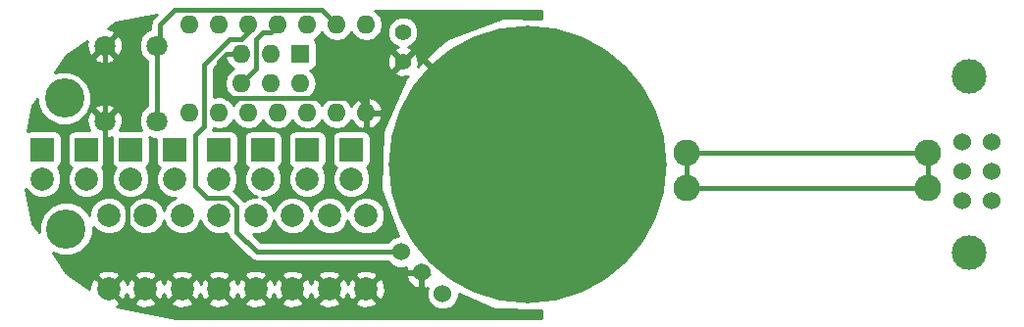
<source format=gbl>
G04 #@! TF.FileFunction,Copper,L2,Bot,Signal*
%FSLAX46Y46*%
G04 Gerber Fmt 4.6, Leading zero omitted, Abs format (unit mm)*
G04 Created by KiCad (PCBNEW 4.0.7) date 02/28/18 07:49:30*
%MOMM*%
%LPD*%
G01*
G04 APERTURE LIST*
%ADD10C,0.100000*%
%ADD11C,1.524000*%
%ADD12O,1.600000X1.600000*%
%ADD13R,1.600000X1.600000*%
%ADD14C,3.000000*%
%ADD15C,1.800000*%
%ADD16C,3.400000*%
%ADD17C,2.286000*%
%ADD18C,24.000000*%
%ADD19C,1.397000*%
%ADD20C,2.000000*%
%ADD21R,2.000000X2.000000*%
%ADD22C,1.998980*%
%ADD23C,0.406400*%
%ADD24C,0.254000*%
G04 APERTURE END LIST*
D10*
D11*
X194037949Y-91929949D03*
X192241898Y-90133898D03*
X195834000Y-93726000D03*
D12*
X183515000Y-75565000D03*
D13*
X183515000Y-73025000D03*
D12*
X180975000Y-75565000D03*
X180975000Y-73025000D03*
X178435000Y-75565000D03*
X178435000Y-73025000D03*
X189230000Y-70485000D03*
X186690000Y-70485000D03*
X184150000Y-70485000D03*
X181610000Y-70485000D03*
X179070000Y-70485000D03*
X176530000Y-70485000D03*
X173990000Y-70485000D03*
X173990000Y-78105000D03*
X176530000Y-78105000D03*
X179070000Y-78105000D03*
X181610000Y-78105000D03*
X184150000Y-78105000D03*
X186690000Y-78105000D03*
X189230000Y-78105000D03*
D14*
X241300000Y-90170000D03*
D15*
X171160000Y-78815000D03*
X166660000Y-78815000D03*
X171160000Y-72315000D03*
X166660000Y-72315000D03*
D16*
X163195000Y-76835000D03*
D17*
X216916000Y-84582000D03*
X237744000Y-84582000D03*
X216916000Y-81534000D03*
X237744000Y-81534000D03*
D14*
X241300000Y-74930000D03*
D16*
X163322000Y-88138000D03*
D18*
X203200000Y-82550000D03*
D19*
X192405000Y-71120000D03*
X192405000Y-73660000D03*
D20*
X187960000Y-83820000D03*
D21*
X187960000Y-81280000D03*
D20*
X184150000Y-83820000D03*
D21*
X184150000Y-81280000D03*
D20*
X180340000Y-83820000D03*
D21*
X180340000Y-81280000D03*
D20*
X176530000Y-83820000D03*
D21*
X176530000Y-81280000D03*
D20*
X172720000Y-83820000D03*
D21*
X172720000Y-81280000D03*
D20*
X168910000Y-83820000D03*
D21*
X168910000Y-81280000D03*
D20*
X165100000Y-83820000D03*
D21*
X165100000Y-81280000D03*
D20*
X161290000Y-83820000D03*
D21*
X161290000Y-81280000D03*
D22*
X189230000Y-86995000D03*
X189230000Y-93345000D03*
X186055000Y-86995000D03*
X186055000Y-93345000D03*
X182880000Y-86995000D03*
X182880000Y-93345000D03*
X179705000Y-86995000D03*
X179705000Y-93345000D03*
X176530000Y-86995000D03*
X176530000Y-93345000D03*
X173355000Y-86995000D03*
X173355000Y-93345000D03*
X170180000Y-86995000D03*
X170180000Y-93345000D03*
X167005000Y-86995000D03*
X167005000Y-93345000D03*
D11*
X240665000Y-80645000D03*
X240665000Y-83185000D03*
X240665000Y-85725000D03*
X243205000Y-85725000D03*
X243205000Y-83185000D03*
X243205000Y-80645000D03*
D23*
X189230000Y-78105000D02*
X189230000Y-77470000D01*
X189230000Y-77470000D02*
X188595000Y-76835000D01*
X177165000Y-73025000D02*
X178435000Y-73025000D01*
X176530000Y-73660000D02*
X177165000Y-73025000D01*
X176530000Y-76200000D02*
X176530000Y-73660000D01*
X177165000Y-76835000D02*
X176530000Y-76200000D01*
X188595000Y-76835000D02*
X177165000Y-76835000D01*
X166660000Y-78815000D02*
X166660000Y-84110000D01*
X168656000Y-91821000D02*
X170180000Y-93345000D01*
X168656000Y-86106000D02*
X168656000Y-91821000D01*
X166660000Y-84110000D02*
X168656000Y-86106000D01*
X166660000Y-72315000D02*
X166660000Y-78815000D01*
X237744000Y-84582000D02*
X216916000Y-84582000D01*
X216916000Y-81534000D02*
X237744000Y-81534000D01*
X216916000Y-84582000D02*
X216916000Y-81534000D01*
X237744000Y-84582000D02*
X237744000Y-81534000D01*
X178435000Y-75565000D02*
X179705000Y-74295000D01*
X180975000Y-71120000D02*
X181610000Y-70485000D01*
X180340000Y-71120000D02*
X180975000Y-71120000D01*
X179705000Y-71755000D02*
X180340000Y-71120000D01*
X179705000Y-72390000D02*
X179705000Y-71755000D01*
X179705000Y-74295000D02*
X179705000Y-72390000D01*
X181610000Y-70485000D02*
X181610000Y-70739000D01*
X171160000Y-78815000D02*
X171160000Y-72315000D01*
X171160000Y-72315000D02*
X171450000Y-72025000D01*
X171450000Y-72025000D02*
X171450000Y-70485000D01*
X171450000Y-70485000D02*
X172720000Y-69215000D01*
X172720000Y-69215000D02*
X185420000Y-69215000D01*
X185420000Y-69215000D02*
X186690000Y-70485000D01*
X192241898Y-90133898D02*
X179795898Y-90133898D01*
X178435000Y-71755000D02*
X179070000Y-71120000D01*
X177419000Y-71755000D02*
X178435000Y-71755000D01*
X175260000Y-73914000D02*
X177419000Y-71755000D01*
X175260000Y-79248000D02*
X175260000Y-73914000D01*
X174498000Y-80010000D02*
X175260000Y-79248000D01*
X174498000Y-84455000D02*
X174498000Y-80010000D01*
X175514000Y-85471000D02*
X174498000Y-84455000D01*
X177292000Y-85471000D02*
X175514000Y-85471000D01*
X178054000Y-86233000D02*
X177292000Y-85471000D01*
X178054000Y-88392000D02*
X178054000Y-86233000D01*
X179795898Y-90133898D02*
X178054000Y-88392000D01*
X179070000Y-71120000D02*
X179070000Y-70485000D01*
D24*
G36*
X175143538Y-87919655D02*
X175602927Y-88379846D01*
X176203453Y-88629206D01*
X176853694Y-88629774D01*
X177232003Y-88473460D01*
X177279604Y-88712766D01*
X177461303Y-88984697D01*
X179203201Y-90726595D01*
X179475133Y-90908294D01*
X179795898Y-90972098D01*
X191104701Y-90972098D01*
X191449528Y-91317527D01*
X191962798Y-91530655D01*
X192518559Y-91531140D01*
X192710795Y-91451710D01*
X192656587Y-91582580D01*
X192778718Y-91802949D01*
X193731341Y-91802949D01*
X193844200Y-91915808D01*
X194023808Y-91736200D01*
X193910949Y-91623341D01*
X193910949Y-91250195D01*
X194113572Y-91456823D01*
X194164949Y-91405446D01*
X194164949Y-91623341D01*
X194052090Y-91736200D01*
X194231698Y-91915808D01*
X194344557Y-91802949D01*
X194462990Y-91802949D01*
X194722011Y-92056949D01*
X194344557Y-92056949D01*
X194231698Y-91944090D01*
X194052090Y-92123698D01*
X194164949Y-92236557D01*
X194164949Y-93189180D01*
X194385318Y-93311311D01*
X194520072Y-93247425D01*
X194437243Y-93446900D01*
X194436758Y-94002661D01*
X194648990Y-94516303D01*
X195041630Y-94909629D01*
X195554900Y-95122757D01*
X196110661Y-95123242D01*
X196624303Y-94911010D01*
X197017629Y-94518370D01*
X197230757Y-94005100D01*
X197231006Y-93720016D01*
X200316269Y-95105628D01*
X204343000Y-95224093D01*
X204343000Y-95835000D01*
X172787467Y-95835000D01*
X167724549Y-94827923D01*
X167878958Y-94763965D01*
X167977557Y-94497163D01*
X169207443Y-94497163D01*
X169306042Y-94763965D01*
X169915582Y-94990401D01*
X170565377Y-94966341D01*
X171053958Y-94763965D01*
X171152557Y-94497163D01*
X172382443Y-94497163D01*
X172481042Y-94763965D01*
X173090582Y-94990401D01*
X173740377Y-94966341D01*
X174228958Y-94763965D01*
X174327557Y-94497163D01*
X175557443Y-94497163D01*
X175656042Y-94763965D01*
X176265582Y-94990401D01*
X176915377Y-94966341D01*
X177403958Y-94763965D01*
X177502557Y-94497163D01*
X178732443Y-94497163D01*
X178831042Y-94763965D01*
X179440582Y-94990401D01*
X180090377Y-94966341D01*
X180578958Y-94763965D01*
X180677557Y-94497163D01*
X181907443Y-94497163D01*
X182006042Y-94763965D01*
X182615582Y-94990401D01*
X183265377Y-94966341D01*
X183753958Y-94763965D01*
X183852557Y-94497163D01*
X185082443Y-94497163D01*
X185181042Y-94763965D01*
X185790582Y-94990401D01*
X186440377Y-94966341D01*
X186928958Y-94763965D01*
X187027557Y-94497163D01*
X188257443Y-94497163D01*
X188356042Y-94763965D01*
X188965582Y-94990401D01*
X189615377Y-94966341D01*
X190103958Y-94763965D01*
X190202557Y-94497163D01*
X189230000Y-93524605D01*
X188257443Y-94497163D01*
X187027557Y-94497163D01*
X186055000Y-93524605D01*
X185082443Y-94497163D01*
X183852557Y-94497163D01*
X182880000Y-93524605D01*
X181907443Y-94497163D01*
X180677557Y-94497163D01*
X179705000Y-93524605D01*
X178732443Y-94497163D01*
X177502557Y-94497163D01*
X176530000Y-93524605D01*
X175557443Y-94497163D01*
X174327557Y-94497163D01*
X173355000Y-93524605D01*
X172382443Y-94497163D01*
X171152557Y-94497163D01*
X170180000Y-93524605D01*
X169207443Y-94497163D01*
X167977557Y-94497163D01*
X167005000Y-93524605D01*
X166990858Y-93538748D01*
X166811252Y-93359142D01*
X166825395Y-93345000D01*
X167184605Y-93345000D01*
X168157163Y-94317557D01*
X168423965Y-94218958D01*
X168583335Y-93789951D01*
X168761035Y-94218958D01*
X169027837Y-94317557D01*
X170000395Y-93345000D01*
X170359605Y-93345000D01*
X171332163Y-94317557D01*
X171598965Y-94218958D01*
X171758335Y-93789951D01*
X171936035Y-94218958D01*
X172202837Y-94317557D01*
X173175395Y-93345000D01*
X173534605Y-93345000D01*
X174507163Y-94317557D01*
X174773965Y-94218958D01*
X174933335Y-93789951D01*
X175111035Y-94218958D01*
X175377837Y-94317557D01*
X176350395Y-93345000D01*
X176709605Y-93345000D01*
X177682163Y-94317557D01*
X177948965Y-94218958D01*
X178108335Y-93789951D01*
X178286035Y-94218958D01*
X178552837Y-94317557D01*
X179525395Y-93345000D01*
X179884605Y-93345000D01*
X180857163Y-94317557D01*
X181123965Y-94218958D01*
X181283335Y-93789951D01*
X181461035Y-94218958D01*
X181727837Y-94317557D01*
X182700395Y-93345000D01*
X183059605Y-93345000D01*
X184032163Y-94317557D01*
X184298965Y-94218958D01*
X184458335Y-93789951D01*
X184636035Y-94218958D01*
X184902837Y-94317557D01*
X185875395Y-93345000D01*
X186234605Y-93345000D01*
X187207163Y-94317557D01*
X187473965Y-94218958D01*
X187633335Y-93789951D01*
X187811035Y-94218958D01*
X188077837Y-94317557D01*
X189050395Y-93345000D01*
X189409605Y-93345000D01*
X190382163Y-94317557D01*
X190648965Y-94218958D01*
X190875401Y-93609418D01*
X190851341Y-92959623D01*
X190648965Y-92471042D01*
X190382163Y-92372443D01*
X189409605Y-93345000D01*
X189050395Y-93345000D01*
X188077837Y-92372443D01*
X187811035Y-92471042D01*
X187651665Y-92900049D01*
X187473965Y-92471042D01*
X187207163Y-92372443D01*
X186234605Y-93345000D01*
X185875395Y-93345000D01*
X184902837Y-92372443D01*
X184636035Y-92471042D01*
X184476665Y-92900049D01*
X184298965Y-92471042D01*
X184032163Y-92372443D01*
X183059605Y-93345000D01*
X182700395Y-93345000D01*
X181727837Y-92372443D01*
X181461035Y-92471042D01*
X181301665Y-92900049D01*
X181123965Y-92471042D01*
X180857163Y-92372443D01*
X179884605Y-93345000D01*
X179525395Y-93345000D01*
X178552837Y-92372443D01*
X178286035Y-92471042D01*
X178126665Y-92900049D01*
X177948965Y-92471042D01*
X177682163Y-92372443D01*
X176709605Y-93345000D01*
X176350395Y-93345000D01*
X175377837Y-92372443D01*
X175111035Y-92471042D01*
X174951665Y-92900049D01*
X174773965Y-92471042D01*
X174507163Y-92372443D01*
X173534605Y-93345000D01*
X173175395Y-93345000D01*
X172202837Y-92372443D01*
X171936035Y-92471042D01*
X171776665Y-92900049D01*
X171598965Y-92471042D01*
X171332163Y-92372443D01*
X170359605Y-93345000D01*
X170000395Y-93345000D01*
X169027837Y-92372443D01*
X168761035Y-92471042D01*
X168601665Y-92900049D01*
X168423965Y-92471042D01*
X168157163Y-92372443D01*
X167184605Y-93345000D01*
X166825395Y-93345000D01*
X165852837Y-92372443D01*
X165586035Y-92471042D01*
X165359599Y-93080582D01*
X165367430Y-93292066D01*
X163722319Y-92192837D01*
X166032443Y-92192837D01*
X167005000Y-93165395D01*
X167977557Y-92192837D01*
X169207443Y-92192837D01*
X170180000Y-93165395D01*
X171152557Y-92192837D01*
X172382443Y-92192837D01*
X173355000Y-93165395D01*
X174327557Y-92192837D01*
X175557443Y-92192837D01*
X176530000Y-93165395D01*
X177502557Y-92192837D01*
X178732443Y-92192837D01*
X179705000Y-93165395D01*
X180677557Y-92192837D01*
X181907443Y-92192837D01*
X182880000Y-93165395D01*
X183852557Y-92192837D01*
X185082443Y-92192837D01*
X186055000Y-93165395D01*
X187027557Y-92192837D01*
X188257443Y-92192837D01*
X189230000Y-93165395D01*
X190118076Y-92277318D01*
X192656587Y-92277318D01*
X192894669Y-92779500D01*
X193306805Y-93152346D01*
X193690580Y-93311311D01*
X193910949Y-93189180D01*
X193910949Y-92056949D01*
X192778718Y-92056949D01*
X192656587Y-92277318D01*
X190118076Y-92277318D01*
X190202557Y-92192837D01*
X190103958Y-91926035D01*
X189494418Y-91699599D01*
X188844623Y-91723659D01*
X188356042Y-91926035D01*
X188257443Y-92192837D01*
X187027557Y-92192837D01*
X186928958Y-91926035D01*
X186319418Y-91699599D01*
X185669623Y-91723659D01*
X185181042Y-91926035D01*
X185082443Y-92192837D01*
X183852557Y-92192837D01*
X183753958Y-91926035D01*
X183144418Y-91699599D01*
X182494623Y-91723659D01*
X182006042Y-91926035D01*
X181907443Y-92192837D01*
X180677557Y-92192837D01*
X180578958Y-91926035D01*
X179969418Y-91699599D01*
X179319623Y-91723659D01*
X178831042Y-91926035D01*
X178732443Y-92192837D01*
X177502557Y-92192837D01*
X177403958Y-91926035D01*
X176794418Y-91699599D01*
X176144623Y-91723659D01*
X175656042Y-91926035D01*
X175557443Y-92192837D01*
X174327557Y-92192837D01*
X174228958Y-91926035D01*
X173619418Y-91699599D01*
X172969623Y-91723659D01*
X172481042Y-91926035D01*
X172382443Y-92192837D01*
X171152557Y-92192837D01*
X171053958Y-91926035D01*
X170444418Y-91699599D01*
X169794623Y-91723659D01*
X169306042Y-91926035D01*
X169207443Y-92192837D01*
X167977557Y-92192837D01*
X167878958Y-91926035D01*
X167269418Y-91699599D01*
X166619623Y-91723659D01*
X166131042Y-91926035D01*
X166032443Y-92192837D01*
X163722319Y-92192837D01*
X163335576Y-91934424D01*
X162168087Y-90187154D01*
X162855502Y-90472593D01*
X163784422Y-90473404D01*
X164642943Y-90118671D01*
X165300362Y-89462398D01*
X165656593Y-88604498D01*
X165657157Y-87958342D01*
X166077927Y-88379846D01*
X166678453Y-88629206D01*
X167328694Y-88629774D01*
X167929655Y-88381462D01*
X168389846Y-87922073D01*
X168592691Y-87433568D01*
X168793538Y-87919655D01*
X169252927Y-88379846D01*
X169853453Y-88629206D01*
X170503694Y-88629774D01*
X171104655Y-88381462D01*
X171564846Y-87922073D01*
X171767691Y-87433568D01*
X171968538Y-87919655D01*
X172427927Y-88379846D01*
X173028453Y-88629206D01*
X173678694Y-88629774D01*
X174279655Y-88381462D01*
X174739846Y-87922073D01*
X174942691Y-87433568D01*
X175143538Y-87919655D01*
X175143538Y-87919655D01*
G37*
X175143538Y-87919655D02*
X175602927Y-88379846D01*
X176203453Y-88629206D01*
X176853694Y-88629774D01*
X177232003Y-88473460D01*
X177279604Y-88712766D01*
X177461303Y-88984697D01*
X179203201Y-90726595D01*
X179475133Y-90908294D01*
X179795898Y-90972098D01*
X191104701Y-90972098D01*
X191449528Y-91317527D01*
X191962798Y-91530655D01*
X192518559Y-91531140D01*
X192710795Y-91451710D01*
X192656587Y-91582580D01*
X192778718Y-91802949D01*
X193731341Y-91802949D01*
X193844200Y-91915808D01*
X194023808Y-91736200D01*
X193910949Y-91623341D01*
X193910949Y-91250195D01*
X194113572Y-91456823D01*
X194164949Y-91405446D01*
X194164949Y-91623341D01*
X194052090Y-91736200D01*
X194231698Y-91915808D01*
X194344557Y-91802949D01*
X194462990Y-91802949D01*
X194722011Y-92056949D01*
X194344557Y-92056949D01*
X194231698Y-91944090D01*
X194052090Y-92123698D01*
X194164949Y-92236557D01*
X194164949Y-93189180D01*
X194385318Y-93311311D01*
X194520072Y-93247425D01*
X194437243Y-93446900D01*
X194436758Y-94002661D01*
X194648990Y-94516303D01*
X195041630Y-94909629D01*
X195554900Y-95122757D01*
X196110661Y-95123242D01*
X196624303Y-94911010D01*
X197017629Y-94518370D01*
X197230757Y-94005100D01*
X197231006Y-93720016D01*
X200316269Y-95105628D01*
X204343000Y-95224093D01*
X204343000Y-95835000D01*
X172787467Y-95835000D01*
X167724549Y-94827923D01*
X167878958Y-94763965D01*
X167977557Y-94497163D01*
X169207443Y-94497163D01*
X169306042Y-94763965D01*
X169915582Y-94990401D01*
X170565377Y-94966341D01*
X171053958Y-94763965D01*
X171152557Y-94497163D01*
X172382443Y-94497163D01*
X172481042Y-94763965D01*
X173090582Y-94990401D01*
X173740377Y-94966341D01*
X174228958Y-94763965D01*
X174327557Y-94497163D01*
X175557443Y-94497163D01*
X175656042Y-94763965D01*
X176265582Y-94990401D01*
X176915377Y-94966341D01*
X177403958Y-94763965D01*
X177502557Y-94497163D01*
X178732443Y-94497163D01*
X178831042Y-94763965D01*
X179440582Y-94990401D01*
X180090377Y-94966341D01*
X180578958Y-94763965D01*
X180677557Y-94497163D01*
X181907443Y-94497163D01*
X182006042Y-94763965D01*
X182615582Y-94990401D01*
X183265377Y-94966341D01*
X183753958Y-94763965D01*
X183852557Y-94497163D01*
X185082443Y-94497163D01*
X185181042Y-94763965D01*
X185790582Y-94990401D01*
X186440377Y-94966341D01*
X186928958Y-94763965D01*
X187027557Y-94497163D01*
X188257443Y-94497163D01*
X188356042Y-94763965D01*
X188965582Y-94990401D01*
X189615377Y-94966341D01*
X190103958Y-94763965D01*
X190202557Y-94497163D01*
X189230000Y-93524605D01*
X188257443Y-94497163D01*
X187027557Y-94497163D01*
X186055000Y-93524605D01*
X185082443Y-94497163D01*
X183852557Y-94497163D01*
X182880000Y-93524605D01*
X181907443Y-94497163D01*
X180677557Y-94497163D01*
X179705000Y-93524605D01*
X178732443Y-94497163D01*
X177502557Y-94497163D01*
X176530000Y-93524605D01*
X175557443Y-94497163D01*
X174327557Y-94497163D01*
X173355000Y-93524605D01*
X172382443Y-94497163D01*
X171152557Y-94497163D01*
X170180000Y-93524605D01*
X169207443Y-94497163D01*
X167977557Y-94497163D01*
X167005000Y-93524605D01*
X166990858Y-93538748D01*
X166811252Y-93359142D01*
X166825395Y-93345000D01*
X167184605Y-93345000D01*
X168157163Y-94317557D01*
X168423965Y-94218958D01*
X168583335Y-93789951D01*
X168761035Y-94218958D01*
X169027837Y-94317557D01*
X170000395Y-93345000D01*
X170359605Y-93345000D01*
X171332163Y-94317557D01*
X171598965Y-94218958D01*
X171758335Y-93789951D01*
X171936035Y-94218958D01*
X172202837Y-94317557D01*
X173175395Y-93345000D01*
X173534605Y-93345000D01*
X174507163Y-94317557D01*
X174773965Y-94218958D01*
X174933335Y-93789951D01*
X175111035Y-94218958D01*
X175377837Y-94317557D01*
X176350395Y-93345000D01*
X176709605Y-93345000D01*
X177682163Y-94317557D01*
X177948965Y-94218958D01*
X178108335Y-93789951D01*
X178286035Y-94218958D01*
X178552837Y-94317557D01*
X179525395Y-93345000D01*
X179884605Y-93345000D01*
X180857163Y-94317557D01*
X181123965Y-94218958D01*
X181283335Y-93789951D01*
X181461035Y-94218958D01*
X181727837Y-94317557D01*
X182700395Y-93345000D01*
X183059605Y-93345000D01*
X184032163Y-94317557D01*
X184298965Y-94218958D01*
X184458335Y-93789951D01*
X184636035Y-94218958D01*
X184902837Y-94317557D01*
X185875395Y-93345000D01*
X186234605Y-93345000D01*
X187207163Y-94317557D01*
X187473965Y-94218958D01*
X187633335Y-93789951D01*
X187811035Y-94218958D01*
X188077837Y-94317557D01*
X189050395Y-93345000D01*
X189409605Y-93345000D01*
X190382163Y-94317557D01*
X190648965Y-94218958D01*
X190875401Y-93609418D01*
X190851341Y-92959623D01*
X190648965Y-92471042D01*
X190382163Y-92372443D01*
X189409605Y-93345000D01*
X189050395Y-93345000D01*
X188077837Y-92372443D01*
X187811035Y-92471042D01*
X187651665Y-92900049D01*
X187473965Y-92471042D01*
X187207163Y-92372443D01*
X186234605Y-93345000D01*
X185875395Y-93345000D01*
X184902837Y-92372443D01*
X184636035Y-92471042D01*
X184476665Y-92900049D01*
X184298965Y-92471042D01*
X184032163Y-92372443D01*
X183059605Y-93345000D01*
X182700395Y-93345000D01*
X181727837Y-92372443D01*
X181461035Y-92471042D01*
X181301665Y-92900049D01*
X181123965Y-92471042D01*
X180857163Y-92372443D01*
X179884605Y-93345000D01*
X179525395Y-93345000D01*
X178552837Y-92372443D01*
X178286035Y-92471042D01*
X178126665Y-92900049D01*
X177948965Y-92471042D01*
X177682163Y-92372443D01*
X176709605Y-93345000D01*
X176350395Y-93345000D01*
X175377837Y-92372443D01*
X175111035Y-92471042D01*
X174951665Y-92900049D01*
X174773965Y-92471042D01*
X174507163Y-92372443D01*
X173534605Y-93345000D01*
X173175395Y-93345000D01*
X172202837Y-92372443D01*
X171936035Y-92471042D01*
X171776665Y-92900049D01*
X171598965Y-92471042D01*
X171332163Y-92372443D01*
X170359605Y-93345000D01*
X170000395Y-93345000D01*
X169027837Y-92372443D01*
X168761035Y-92471042D01*
X168601665Y-92900049D01*
X168423965Y-92471042D01*
X168157163Y-92372443D01*
X167184605Y-93345000D01*
X166825395Y-93345000D01*
X165852837Y-92372443D01*
X165586035Y-92471042D01*
X165359599Y-93080582D01*
X165367430Y-93292066D01*
X163722319Y-92192837D01*
X166032443Y-92192837D01*
X167005000Y-93165395D01*
X167977557Y-92192837D01*
X169207443Y-92192837D01*
X170180000Y-93165395D01*
X171152557Y-92192837D01*
X172382443Y-92192837D01*
X173355000Y-93165395D01*
X174327557Y-92192837D01*
X175557443Y-92192837D01*
X176530000Y-93165395D01*
X177502557Y-92192837D01*
X178732443Y-92192837D01*
X179705000Y-93165395D01*
X180677557Y-92192837D01*
X181907443Y-92192837D01*
X182880000Y-93165395D01*
X183852557Y-92192837D01*
X185082443Y-92192837D01*
X186055000Y-93165395D01*
X187027557Y-92192837D01*
X188257443Y-92192837D01*
X189230000Y-93165395D01*
X190118076Y-92277318D01*
X192656587Y-92277318D01*
X192894669Y-92779500D01*
X193306805Y-93152346D01*
X193690580Y-93311311D01*
X193910949Y-93189180D01*
X193910949Y-92056949D01*
X192778718Y-92056949D01*
X192656587Y-92277318D01*
X190118076Y-92277318D01*
X190202557Y-92192837D01*
X190103958Y-91926035D01*
X189494418Y-91699599D01*
X188844623Y-91723659D01*
X188356042Y-91926035D01*
X188257443Y-92192837D01*
X187027557Y-92192837D01*
X186928958Y-91926035D01*
X186319418Y-91699599D01*
X185669623Y-91723659D01*
X185181042Y-91926035D01*
X185082443Y-92192837D01*
X183852557Y-92192837D01*
X183753958Y-91926035D01*
X183144418Y-91699599D01*
X182494623Y-91723659D01*
X182006042Y-91926035D01*
X181907443Y-92192837D01*
X180677557Y-92192837D01*
X180578958Y-91926035D01*
X179969418Y-91699599D01*
X179319623Y-91723659D01*
X178831042Y-91926035D01*
X178732443Y-92192837D01*
X177502557Y-92192837D01*
X177403958Y-91926035D01*
X176794418Y-91699599D01*
X176144623Y-91723659D01*
X175656042Y-91926035D01*
X175557443Y-92192837D01*
X174327557Y-92192837D01*
X174228958Y-91926035D01*
X173619418Y-91699599D01*
X172969623Y-91723659D01*
X172481042Y-91926035D01*
X172382443Y-92192837D01*
X171152557Y-92192837D01*
X171053958Y-91926035D01*
X170444418Y-91699599D01*
X169794623Y-91723659D01*
X169306042Y-91926035D01*
X169207443Y-92192837D01*
X167977557Y-92192837D01*
X167878958Y-91926035D01*
X167269418Y-91699599D01*
X166619623Y-91723659D01*
X166131042Y-91926035D01*
X166032443Y-92192837D01*
X163722319Y-92192837D01*
X163335576Y-91934424D01*
X162168087Y-90187154D01*
X162855502Y-90472593D01*
X163784422Y-90473404D01*
X164642943Y-90118671D01*
X165300362Y-89462398D01*
X165656593Y-88604498D01*
X165657157Y-87958342D01*
X166077927Y-88379846D01*
X166678453Y-88629206D01*
X167328694Y-88629774D01*
X167929655Y-88381462D01*
X168389846Y-87922073D01*
X168592691Y-87433568D01*
X168793538Y-87919655D01*
X169252927Y-88379846D01*
X169853453Y-88629206D01*
X170503694Y-88629774D01*
X171104655Y-88381462D01*
X171564846Y-87922073D01*
X171767691Y-87433568D01*
X171968538Y-87919655D01*
X172427927Y-88379846D01*
X173028453Y-88629206D01*
X173678694Y-88629774D01*
X174279655Y-88381462D01*
X174739846Y-87922073D01*
X174942691Y-87433568D01*
X175143538Y-87919655D01*
G36*
X204343000Y-69943160D02*
X201059388Y-69846557D01*
X196360935Y-71632725D01*
X195730950Y-72053669D01*
X194293177Y-73463572D01*
X203200000Y-82370395D01*
X203214143Y-82356253D01*
X203393748Y-82535858D01*
X203379605Y-82550000D01*
X203393748Y-82564143D01*
X203214143Y-82743748D01*
X203200000Y-82729605D01*
X195024225Y-90905381D01*
X194953567Y-90834723D01*
X194932715Y-90855575D01*
X194818314Y-90752081D01*
X203020395Y-82550000D01*
X194113572Y-73643177D01*
X193662825Y-74102834D01*
X193750927Y-73852520D01*
X193722148Y-73322801D01*
X193574800Y-72967071D01*
X193339188Y-72905417D01*
X192584605Y-73660000D01*
X192598748Y-73674143D01*
X192419143Y-73853748D01*
X192405000Y-73839605D01*
X191650417Y-74594188D01*
X191712071Y-74829800D01*
X192212480Y-75005927D01*
X192742199Y-74977148D01*
X192848730Y-74933021D01*
X192703669Y-75080950D01*
X190644372Y-79666269D01*
X190496557Y-84690612D01*
X192034728Y-88736717D01*
X191965237Y-88736656D01*
X191451595Y-88948888D01*
X191104179Y-89295698D01*
X180143092Y-89295698D01*
X179476686Y-88629292D01*
X180028694Y-88629774D01*
X180629655Y-88381462D01*
X181089846Y-87922073D01*
X181292691Y-87433568D01*
X181493538Y-87919655D01*
X181952927Y-88379846D01*
X182553453Y-88629206D01*
X183203694Y-88629774D01*
X183804655Y-88381462D01*
X184264846Y-87922073D01*
X184467691Y-87433568D01*
X184668538Y-87919655D01*
X185127927Y-88379846D01*
X185728453Y-88629206D01*
X186378694Y-88629774D01*
X186979655Y-88381462D01*
X187439846Y-87922073D01*
X187642691Y-87433568D01*
X187843538Y-87919655D01*
X188302927Y-88379846D01*
X188903453Y-88629206D01*
X189553694Y-88629774D01*
X190154655Y-88381462D01*
X190614846Y-87922073D01*
X190864206Y-87321547D01*
X190864774Y-86671306D01*
X190616462Y-86070345D01*
X190157073Y-85610154D01*
X189556547Y-85360794D01*
X188906306Y-85360226D01*
X188305345Y-85608538D01*
X187845154Y-86067927D01*
X187642309Y-86556432D01*
X187441462Y-86070345D01*
X186982073Y-85610154D01*
X186381547Y-85360794D01*
X185731306Y-85360226D01*
X185130345Y-85608538D01*
X184670154Y-86067927D01*
X184467309Y-86556432D01*
X184266462Y-86070345D01*
X183807073Y-85610154D01*
X183206547Y-85360794D01*
X182556306Y-85360226D01*
X181955345Y-85608538D01*
X181495154Y-86067927D01*
X181292309Y-86556432D01*
X181091462Y-86070345D01*
X180632073Y-85610154D01*
X180258251Y-85454930D01*
X180663795Y-85455284D01*
X181264943Y-85206894D01*
X181725278Y-84747363D01*
X181974716Y-84146648D01*
X181975284Y-83496205D01*
X181726894Y-82895057D01*
X181660379Y-82828426D01*
X181791441Y-82744090D01*
X181936431Y-82531890D01*
X181987440Y-82280000D01*
X181987440Y-80280000D01*
X182502560Y-80280000D01*
X182502560Y-82280000D01*
X182546838Y-82515317D01*
X182685910Y-82731441D01*
X182828561Y-82828910D01*
X182764722Y-82892637D01*
X182515284Y-83493352D01*
X182514716Y-84143795D01*
X182763106Y-84744943D01*
X183222637Y-85205278D01*
X183823352Y-85454716D01*
X184473795Y-85455284D01*
X185074943Y-85206894D01*
X185535278Y-84747363D01*
X185784716Y-84146648D01*
X185785284Y-83496205D01*
X185536894Y-82895057D01*
X185470379Y-82828426D01*
X185601441Y-82744090D01*
X185746431Y-82531890D01*
X185797440Y-82280000D01*
X185797440Y-80280000D01*
X186312560Y-80280000D01*
X186312560Y-82280000D01*
X186356838Y-82515317D01*
X186495910Y-82731441D01*
X186638561Y-82828910D01*
X186574722Y-82892637D01*
X186325284Y-83493352D01*
X186324716Y-84143795D01*
X186573106Y-84744943D01*
X187032637Y-85205278D01*
X187633352Y-85454716D01*
X188283795Y-85455284D01*
X188884943Y-85206894D01*
X189345278Y-84747363D01*
X189594716Y-84146648D01*
X189595284Y-83496205D01*
X189346894Y-82895057D01*
X189280379Y-82828426D01*
X189411441Y-82744090D01*
X189556431Y-82531890D01*
X189607440Y-82280000D01*
X189607440Y-80280000D01*
X189563162Y-80044683D01*
X189424090Y-79828559D01*
X189211890Y-79683569D01*
X188960000Y-79632560D01*
X186960000Y-79632560D01*
X186724683Y-79676838D01*
X186508559Y-79815910D01*
X186363569Y-80028110D01*
X186312560Y-80280000D01*
X185797440Y-80280000D01*
X185753162Y-80044683D01*
X185614090Y-79828559D01*
X185401890Y-79683569D01*
X185150000Y-79632560D01*
X183150000Y-79632560D01*
X182914683Y-79676838D01*
X182698559Y-79815910D01*
X182553569Y-80028110D01*
X182502560Y-80280000D01*
X181987440Y-80280000D01*
X181943162Y-80044683D01*
X181804090Y-79828559D01*
X181591890Y-79683569D01*
X181340000Y-79632560D01*
X179340000Y-79632560D01*
X179104683Y-79676838D01*
X178888559Y-79815910D01*
X178743569Y-80028110D01*
X178692560Y-80280000D01*
X178692560Y-82280000D01*
X178736838Y-82515317D01*
X178875910Y-82731441D01*
X179018561Y-82828910D01*
X178954722Y-82892637D01*
X178705284Y-83493352D01*
X178704716Y-84143795D01*
X178953106Y-84744943D01*
X179412637Y-85205278D01*
X179786647Y-85360580D01*
X179381306Y-85360226D01*
X178780345Y-85608538D01*
X178687441Y-85701280D01*
X178646697Y-85640303D01*
X177884697Y-84878303D01*
X177824441Y-84838041D01*
X177915278Y-84747363D01*
X178164716Y-84146648D01*
X178165284Y-83496205D01*
X177916894Y-82895057D01*
X177850379Y-82828426D01*
X177981441Y-82744090D01*
X178126431Y-82531890D01*
X178177440Y-82280000D01*
X178177440Y-80280000D01*
X178133162Y-80044683D01*
X177994090Y-79828559D01*
X177781890Y-79683569D01*
X177530000Y-79632560D01*
X175991770Y-79632560D01*
X176034396Y-79568765D01*
X176053384Y-79473308D01*
X176530000Y-79568113D01*
X177079151Y-79458880D01*
X177544698Y-79147811D01*
X177800000Y-78765725D01*
X178055302Y-79147811D01*
X178520849Y-79458880D01*
X179070000Y-79568113D01*
X179619151Y-79458880D01*
X180084698Y-79147811D01*
X180340000Y-78765725D01*
X180595302Y-79147811D01*
X181060849Y-79458880D01*
X181610000Y-79568113D01*
X182159151Y-79458880D01*
X182624698Y-79147811D01*
X182880000Y-78765725D01*
X183135302Y-79147811D01*
X183600849Y-79458880D01*
X184150000Y-79568113D01*
X184699151Y-79458880D01*
X185164698Y-79147811D01*
X185420000Y-78765725D01*
X185675302Y-79147811D01*
X186140849Y-79458880D01*
X186690000Y-79568113D01*
X187239151Y-79458880D01*
X187704698Y-79147811D01*
X187974986Y-78743297D01*
X188077611Y-78960134D01*
X188492577Y-79336041D01*
X188880961Y-79496904D01*
X189103000Y-79374915D01*
X189103000Y-78232000D01*
X189357000Y-78232000D01*
X189357000Y-79374915D01*
X189579039Y-79496904D01*
X189967423Y-79336041D01*
X190382389Y-78960134D01*
X190621914Y-78454041D01*
X190500629Y-78232000D01*
X189357000Y-78232000D01*
X189103000Y-78232000D01*
X189083000Y-78232000D01*
X189083000Y-77978000D01*
X189103000Y-77978000D01*
X189103000Y-76835085D01*
X189357000Y-76835085D01*
X189357000Y-77978000D01*
X190500629Y-77978000D01*
X190621914Y-77755959D01*
X190382389Y-77249866D01*
X189967423Y-76873959D01*
X189579039Y-76713096D01*
X189357000Y-76835085D01*
X189103000Y-76835085D01*
X188880961Y-76713096D01*
X188492577Y-76873959D01*
X188077611Y-77249866D01*
X187974986Y-77466703D01*
X187704698Y-77062189D01*
X187239151Y-76751120D01*
X186690000Y-76641887D01*
X186140849Y-76751120D01*
X185675302Y-77062189D01*
X185420000Y-77444275D01*
X185164698Y-77062189D01*
X184699151Y-76751120D01*
X184403295Y-76692271D01*
X184529698Y-76607811D01*
X184840767Y-76142264D01*
X184950000Y-75593113D01*
X184950000Y-75536887D01*
X184840767Y-74987736D01*
X184529698Y-74522189D01*
X184424428Y-74451850D01*
X184550317Y-74428162D01*
X184766441Y-74289090D01*
X184911431Y-74076890D01*
X184962440Y-73825000D01*
X184962440Y-73467480D01*
X191059073Y-73467480D01*
X191087852Y-73997199D01*
X191235200Y-74352929D01*
X191470812Y-74414583D01*
X192225395Y-73660000D01*
X191470812Y-72905417D01*
X191235200Y-72967071D01*
X191059073Y-73467480D01*
X184962440Y-73467480D01*
X184962440Y-72225000D01*
X184918162Y-71989683D01*
X184784448Y-71781886D01*
X185164698Y-71527811D01*
X185420000Y-71145725D01*
X185675302Y-71527811D01*
X186140849Y-71838880D01*
X186690000Y-71948113D01*
X187239151Y-71838880D01*
X187704698Y-71527811D01*
X187960000Y-71145725D01*
X188215302Y-71527811D01*
X188680849Y-71838880D01*
X189230000Y-71948113D01*
X189779151Y-71838880D01*
X190244698Y-71527811D01*
X190340732Y-71384086D01*
X191071269Y-71384086D01*
X191273854Y-71874380D01*
X191648647Y-72249827D01*
X191970118Y-72383314D01*
X191712071Y-72490200D01*
X191650417Y-72725812D01*
X192405000Y-73480395D01*
X193159583Y-72725812D01*
X193097929Y-72490200D01*
X192818688Y-72391917D01*
X193159380Y-72251146D01*
X193534827Y-71876353D01*
X193738268Y-71386413D01*
X193738731Y-70855914D01*
X193536146Y-70365620D01*
X193161353Y-69990173D01*
X192671413Y-69786732D01*
X192140914Y-69786269D01*
X191650620Y-69988854D01*
X191275173Y-70363647D01*
X191071732Y-70853587D01*
X191071269Y-71384086D01*
X190340732Y-71384086D01*
X190555767Y-71062264D01*
X190665000Y-70513113D01*
X190665000Y-70456887D01*
X190555767Y-69907736D01*
X190244698Y-69442189D01*
X189979516Y-69265000D01*
X204343000Y-69265000D01*
X204343000Y-69943160D01*
X204343000Y-69943160D01*
G37*
X204343000Y-69943160D02*
X201059388Y-69846557D01*
X196360935Y-71632725D01*
X195730950Y-72053669D01*
X194293177Y-73463572D01*
X203200000Y-82370395D01*
X203214143Y-82356253D01*
X203393748Y-82535858D01*
X203379605Y-82550000D01*
X203393748Y-82564143D01*
X203214143Y-82743748D01*
X203200000Y-82729605D01*
X195024225Y-90905381D01*
X194953567Y-90834723D01*
X194932715Y-90855575D01*
X194818314Y-90752081D01*
X203020395Y-82550000D01*
X194113572Y-73643177D01*
X193662825Y-74102834D01*
X193750927Y-73852520D01*
X193722148Y-73322801D01*
X193574800Y-72967071D01*
X193339188Y-72905417D01*
X192584605Y-73660000D01*
X192598748Y-73674143D01*
X192419143Y-73853748D01*
X192405000Y-73839605D01*
X191650417Y-74594188D01*
X191712071Y-74829800D01*
X192212480Y-75005927D01*
X192742199Y-74977148D01*
X192848730Y-74933021D01*
X192703669Y-75080950D01*
X190644372Y-79666269D01*
X190496557Y-84690612D01*
X192034728Y-88736717D01*
X191965237Y-88736656D01*
X191451595Y-88948888D01*
X191104179Y-89295698D01*
X180143092Y-89295698D01*
X179476686Y-88629292D01*
X180028694Y-88629774D01*
X180629655Y-88381462D01*
X181089846Y-87922073D01*
X181292691Y-87433568D01*
X181493538Y-87919655D01*
X181952927Y-88379846D01*
X182553453Y-88629206D01*
X183203694Y-88629774D01*
X183804655Y-88381462D01*
X184264846Y-87922073D01*
X184467691Y-87433568D01*
X184668538Y-87919655D01*
X185127927Y-88379846D01*
X185728453Y-88629206D01*
X186378694Y-88629774D01*
X186979655Y-88381462D01*
X187439846Y-87922073D01*
X187642691Y-87433568D01*
X187843538Y-87919655D01*
X188302927Y-88379846D01*
X188903453Y-88629206D01*
X189553694Y-88629774D01*
X190154655Y-88381462D01*
X190614846Y-87922073D01*
X190864206Y-87321547D01*
X190864774Y-86671306D01*
X190616462Y-86070345D01*
X190157073Y-85610154D01*
X189556547Y-85360794D01*
X188906306Y-85360226D01*
X188305345Y-85608538D01*
X187845154Y-86067927D01*
X187642309Y-86556432D01*
X187441462Y-86070345D01*
X186982073Y-85610154D01*
X186381547Y-85360794D01*
X185731306Y-85360226D01*
X185130345Y-85608538D01*
X184670154Y-86067927D01*
X184467309Y-86556432D01*
X184266462Y-86070345D01*
X183807073Y-85610154D01*
X183206547Y-85360794D01*
X182556306Y-85360226D01*
X181955345Y-85608538D01*
X181495154Y-86067927D01*
X181292309Y-86556432D01*
X181091462Y-86070345D01*
X180632073Y-85610154D01*
X180258251Y-85454930D01*
X180663795Y-85455284D01*
X181264943Y-85206894D01*
X181725278Y-84747363D01*
X181974716Y-84146648D01*
X181975284Y-83496205D01*
X181726894Y-82895057D01*
X181660379Y-82828426D01*
X181791441Y-82744090D01*
X181936431Y-82531890D01*
X181987440Y-82280000D01*
X181987440Y-80280000D01*
X182502560Y-80280000D01*
X182502560Y-82280000D01*
X182546838Y-82515317D01*
X182685910Y-82731441D01*
X182828561Y-82828910D01*
X182764722Y-82892637D01*
X182515284Y-83493352D01*
X182514716Y-84143795D01*
X182763106Y-84744943D01*
X183222637Y-85205278D01*
X183823352Y-85454716D01*
X184473795Y-85455284D01*
X185074943Y-85206894D01*
X185535278Y-84747363D01*
X185784716Y-84146648D01*
X185785284Y-83496205D01*
X185536894Y-82895057D01*
X185470379Y-82828426D01*
X185601441Y-82744090D01*
X185746431Y-82531890D01*
X185797440Y-82280000D01*
X185797440Y-80280000D01*
X186312560Y-80280000D01*
X186312560Y-82280000D01*
X186356838Y-82515317D01*
X186495910Y-82731441D01*
X186638561Y-82828910D01*
X186574722Y-82892637D01*
X186325284Y-83493352D01*
X186324716Y-84143795D01*
X186573106Y-84744943D01*
X187032637Y-85205278D01*
X187633352Y-85454716D01*
X188283795Y-85455284D01*
X188884943Y-85206894D01*
X189345278Y-84747363D01*
X189594716Y-84146648D01*
X189595284Y-83496205D01*
X189346894Y-82895057D01*
X189280379Y-82828426D01*
X189411441Y-82744090D01*
X189556431Y-82531890D01*
X189607440Y-82280000D01*
X189607440Y-80280000D01*
X189563162Y-80044683D01*
X189424090Y-79828559D01*
X189211890Y-79683569D01*
X188960000Y-79632560D01*
X186960000Y-79632560D01*
X186724683Y-79676838D01*
X186508559Y-79815910D01*
X186363569Y-80028110D01*
X186312560Y-80280000D01*
X185797440Y-80280000D01*
X185753162Y-80044683D01*
X185614090Y-79828559D01*
X185401890Y-79683569D01*
X185150000Y-79632560D01*
X183150000Y-79632560D01*
X182914683Y-79676838D01*
X182698559Y-79815910D01*
X182553569Y-80028110D01*
X182502560Y-80280000D01*
X181987440Y-80280000D01*
X181943162Y-80044683D01*
X181804090Y-79828559D01*
X181591890Y-79683569D01*
X181340000Y-79632560D01*
X179340000Y-79632560D01*
X179104683Y-79676838D01*
X178888559Y-79815910D01*
X178743569Y-80028110D01*
X178692560Y-80280000D01*
X178692560Y-82280000D01*
X178736838Y-82515317D01*
X178875910Y-82731441D01*
X179018561Y-82828910D01*
X178954722Y-82892637D01*
X178705284Y-83493352D01*
X178704716Y-84143795D01*
X178953106Y-84744943D01*
X179412637Y-85205278D01*
X179786647Y-85360580D01*
X179381306Y-85360226D01*
X178780345Y-85608538D01*
X178687441Y-85701280D01*
X178646697Y-85640303D01*
X177884697Y-84878303D01*
X177824441Y-84838041D01*
X177915278Y-84747363D01*
X178164716Y-84146648D01*
X178165284Y-83496205D01*
X177916894Y-82895057D01*
X177850379Y-82828426D01*
X177981441Y-82744090D01*
X178126431Y-82531890D01*
X178177440Y-82280000D01*
X178177440Y-80280000D01*
X178133162Y-80044683D01*
X177994090Y-79828559D01*
X177781890Y-79683569D01*
X177530000Y-79632560D01*
X175991770Y-79632560D01*
X176034396Y-79568765D01*
X176053384Y-79473308D01*
X176530000Y-79568113D01*
X177079151Y-79458880D01*
X177544698Y-79147811D01*
X177800000Y-78765725D01*
X178055302Y-79147811D01*
X178520849Y-79458880D01*
X179070000Y-79568113D01*
X179619151Y-79458880D01*
X180084698Y-79147811D01*
X180340000Y-78765725D01*
X180595302Y-79147811D01*
X181060849Y-79458880D01*
X181610000Y-79568113D01*
X182159151Y-79458880D01*
X182624698Y-79147811D01*
X182880000Y-78765725D01*
X183135302Y-79147811D01*
X183600849Y-79458880D01*
X184150000Y-79568113D01*
X184699151Y-79458880D01*
X185164698Y-79147811D01*
X185420000Y-78765725D01*
X185675302Y-79147811D01*
X186140849Y-79458880D01*
X186690000Y-79568113D01*
X187239151Y-79458880D01*
X187704698Y-79147811D01*
X187974986Y-78743297D01*
X188077611Y-78960134D01*
X188492577Y-79336041D01*
X188880961Y-79496904D01*
X189103000Y-79374915D01*
X189103000Y-78232000D01*
X189357000Y-78232000D01*
X189357000Y-79374915D01*
X189579039Y-79496904D01*
X189967423Y-79336041D01*
X190382389Y-78960134D01*
X190621914Y-78454041D01*
X190500629Y-78232000D01*
X189357000Y-78232000D01*
X189103000Y-78232000D01*
X189083000Y-78232000D01*
X189083000Y-77978000D01*
X189103000Y-77978000D01*
X189103000Y-76835085D01*
X189357000Y-76835085D01*
X189357000Y-77978000D01*
X190500629Y-77978000D01*
X190621914Y-77755959D01*
X190382389Y-77249866D01*
X189967423Y-76873959D01*
X189579039Y-76713096D01*
X189357000Y-76835085D01*
X189103000Y-76835085D01*
X188880961Y-76713096D01*
X188492577Y-76873959D01*
X188077611Y-77249866D01*
X187974986Y-77466703D01*
X187704698Y-77062189D01*
X187239151Y-76751120D01*
X186690000Y-76641887D01*
X186140849Y-76751120D01*
X185675302Y-77062189D01*
X185420000Y-77444275D01*
X185164698Y-77062189D01*
X184699151Y-76751120D01*
X184403295Y-76692271D01*
X184529698Y-76607811D01*
X184840767Y-76142264D01*
X184950000Y-75593113D01*
X184950000Y-75536887D01*
X184840767Y-74987736D01*
X184529698Y-74522189D01*
X184424428Y-74451850D01*
X184550317Y-74428162D01*
X184766441Y-74289090D01*
X184911431Y-74076890D01*
X184962440Y-73825000D01*
X184962440Y-73467480D01*
X191059073Y-73467480D01*
X191087852Y-73997199D01*
X191235200Y-74352929D01*
X191470812Y-74414583D01*
X192225395Y-73660000D01*
X191470812Y-72905417D01*
X191235200Y-72967071D01*
X191059073Y-73467480D01*
X184962440Y-73467480D01*
X184962440Y-72225000D01*
X184918162Y-71989683D01*
X184784448Y-71781886D01*
X185164698Y-71527811D01*
X185420000Y-71145725D01*
X185675302Y-71527811D01*
X186140849Y-71838880D01*
X186690000Y-71948113D01*
X187239151Y-71838880D01*
X187704698Y-71527811D01*
X187960000Y-71145725D01*
X188215302Y-71527811D01*
X188680849Y-71838880D01*
X189230000Y-71948113D01*
X189779151Y-71838880D01*
X190244698Y-71527811D01*
X190340732Y-71384086D01*
X191071269Y-71384086D01*
X191273854Y-71874380D01*
X191648647Y-72249827D01*
X191970118Y-72383314D01*
X191712071Y-72490200D01*
X191650417Y-72725812D01*
X192405000Y-73480395D01*
X193159583Y-72725812D01*
X193097929Y-72490200D01*
X192818688Y-72391917D01*
X193159380Y-72251146D01*
X193534827Y-71876353D01*
X193738268Y-71386413D01*
X193738731Y-70855914D01*
X193536146Y-70365620D01*
X193161353Y-69990173D01*
X192671413Y-69786732D01*
X192140914Y-69786269D01*
X191650620Y-69988854D01*
X191275173Y-70363647D01*
X191071732Y-70853587D01*
X191071269Y-71384086D01*
X190340732Y-71384086D01*
X190555767Y-71062264D01*
X190665000Y-70513113D01*
X190665000Y-70456887D01*
X190555767Y-69907736D01*
X190244698Y-69442189D01*
X189979516Y-69265000D01*
X204343000Y-69265000D01*
X204343000Y-69943160D01*
G36*
X170857303Y-69892303D02*
X170675604Y-70164234D01*
X170635546Y-70365620D01*
X170611800Y-70485000D01*
X170611800Y-70880640D01*
X170291629Y-71012932D01*
X169859449Y-71444357D01*
X169625267Y-72008330D01*
X169624735Y-72618991D01*
X169857932Y-73183371D01*
X170289357Y-73615551D01*
X170321800Y-73629023D01*
X170321800Y-77500466D01*
X170291629Y-77512932D01*
X169859449Y-77944357D01*
X169625267Y-78508330D01*
X169624735Y-79118991D01*
X169836937Y-79632560D01*
X167986515Y-79632560D01*
X167996643Y-79629148D01*
X168206458Y-79055664D01*
X168180839Y-78445540D01*
X167996643Y-78000852D01*
X167740159Y-77914446D01*
X166839605Y-78815000D01*
X166853748Y-78829143D01*
X166674143Y-79008748D01*
X166660000Y-78994605D01*
X166645858Y-79008748D01*
X166466253Y-78829143D01*
X166480395Y-78815000D01*
X165579841Y-77914446D01*
X165323357Y-78000852D01*
X165113542Y-78574336D01*
X165139161Y-79184460D01*
X165323357Y-79629148D01*
X165333485Y-79632560D01*
X164100000Y-79632560D01*
X163864683Y-79676838D01*
X163648559Y-79815910D01*
X163503569Y-80028110D01*
X163452560Y-80280000D01*
X163452560Y-82280000D01*
X163496838Y-82515317D01*
X163635910Y-82731441D01*
X163778561Y-82828910D01*
X163714722Y-82892637D01*
X163465284Y-83493352D01*
X163464716Y-84143795D01*
X163713106Y-84744943D01*
X164172637Y-85205278D01*
X164773352Y-85454716D01*
X165423795Y-85455284D01*
X166024943Y-85206894D01*
X166485278Y-84747363D01*
X166734716Y-84146648D01*
X166735284Y-83496205D01*
X166486894Y-82895057D01*
X166420379Y-82828426D01*
X166551441Y-82744090D01*
X166696431Y-82531890D01*
X166747440Y-82280000D01*
X166747440Y-80347681D01*
X167029460Y-80335839D01*
X167271560Y-80235558D01*
X167262560Y-80280000D01*
X167262560Y-82280000D01*
X167306838Y-82515317D01*
X167445910Y-82731441D01*
X167588561Y-82828910D01*
X167524722Y-82892637D01*
X167275284Y-83493352D01*
X167274716Y-84143795D01*
X167523106Y-84744943D01*
X167982637Y-85205278D01*
X168583352Y-85454716D01*
X169233795Y-85455284D01*
X169834943Y-85206894D01*
X170295278Y-84747363D01*
X170544716Y-84146648D01*
X170545284Y-83496205D01*
X170296894Y-82895057D01*
X170230379Y-82828426D01*
X170361441Y-82744090D01*
X170506431Y-82531890D01*
X170557440Y-82280000D01*
X170557440Y-80280000D01*
X170546595Y-80222366D01*
X170853330Y-80349733D01*
X171072560Y-80349924D01*
X171072560Y-82280000D01*
X171116838Y-82515317D01*
X171255910Y-82731441D01*
X171398561Y-82828910D01*
X171334722Y-82892637D01*
X171085284Y-83493352D01*
X171084716Y-84143795D01*
X171333106Y-84744943D01*
X171792637Y-85205278D01*
X172393352Y-85454716D01*
X172801760Y-85455073D01*
X172430345Y-85608538D01*
X171970154Y-86067927D01*
X171767309Y-86556432D01*
X171566462Y-86070345D01*
X171107073Y-85610154D01*
X170506547Y-85360794D01*
X169856306Y-85360226D01*
X169255345Y-85608538D01*
X168795154Y-86067927D01*
X168592309Y-86556432D01*
X168391462Y-86070345D01*
X167932073Y-85610154D01*
X167331547Y-85360794D01*
X166681306Y-85360226D01*
X166080345Y-85608538D01*
X165620154Y-86067927D01*
X165370794Y-86668453D01*
X165370521Y-86981266D01*
X165302671Y-86817057D01*
X164646398Y-86159638D01*
X163788498Y-85803407D01*
X162859578Y-85802596D01*
X162001057Y-86157329D01*
X161343638Y-86813602D01*
X160987407Y-87671502D01*
X160986754Y-88419164D01*
X160458659Y-87628813D01*
X159868234Y-84660546D01*
X159903106Y-84744943D01*
X160362637Y-85205278D01*
X160963352Y-85454716D01*
X161613795Y-85455284D01*
X162214943Y-85206894D01*
X162675278Y-84747363D01*
X162924716Y-84146648D01*
X162925284Y-83496205D01*
X162676894Y-82895057D01*
X162610379Y-82828426D01*
X162741441Y-82744090D01*
X162886431Y-82531890D01*
X162937440Y-82280000D01*
X162937440Y-80280000D01*
X162893162Y-80044683D01*
X162754090Y-79828559D01*
X162541890Y-79683569D01*
X162290000Y-79632560D01*
X160290000Y-79632560D01*
X160054683Y-79676838D01*
X160014826Y-79702485D01*
X160458659Y-77471187D01*
X160859969Y-76870584D01*
X160859596Y-77297422D01*
X161214329Y-78155943D01*
X161870602Y-78813362D01*
X162728502Y-79169593D01*
X163657422Y-79170404D01*
X164515943Y-78815671D01*
X165173362Y-78159398D01*
X165349653Y-77734841D01*
X165759446Y-77734841D01*
X166660000Y-78635395D01*
X167560554Y-77734841D01*
X167474148Y-77478357D01*
X166900664Y-77268542D01*
X166290540Y-77294161D01*
X165845852Y-77478357D01*
X165759446Y-77734841D01*
X165349653Y-77734841D01*
X165529593Y-77301498D01*
X165530404Y-76372578D01*
X165175671Y-75514057D01*
X164519398Y-74856638D01*
X163661498Y-74500407D01*
X162732578Y-74499596D01*
X162334236Y-74664187D01*
X163182173Y-73395159D01*
X165759446Y-73395159D01*
X165845852Y-73651643D01*
X166419336Y-73861458D01*
X167029460Y-73835839D01*
X167474148Y-73651643D01*
X167560554Y-73395159D01*
X166660000Y-72494605D01*
X165759446Y-73395159D01*
X163182173Y-73395159D01*
X163335576Y-73165576D01*
X165160396Y-71946269D01*
X165113542Y-72074336D01*
X165139161Y-72684460D01*
X165323357Y-73129148D01*
X165579841Y-73215554D01*
X166480395Y-72315000D01*
X166839605Y-72315000D01*
X167740159Y-73215554D01*
X167996643Y-73129148D01*
X168206458Y-72555664D01*
X168180839Y-71945540D01*
X167996643Y-71500852D01*
X167740159Y-71414446D01*
X166839605Y-72315000D01*
X166480395Y-72315000D01*
X166466253Y-72300858D01*
X166645858Y-72121253D01*
X166660000Y-72135395D01*
X167560554Y-71234841D01*
X167474148Y-70978357D01*
X166915091Y-70773820D01*
X167641185Y-70288659D01*
X171161102Y-69588504D01*
X170857303Y-69892303D01*
X170857303Y-69892303D01*
G37*
X170857303Y-69892303D02*
X170675604Y-70164234D01*
X170635546Y-70365620D01*
X170611800Y-70485000D01*
X170611800Y-70880640D01*
X170291629Y-71012932D01*
X169859449Y-71444357D01*
X169625267Y-72008330D01*
X169624735Y-72618991D01*
X169857932Y-73183371D01*
X170289357Y-73615551D01*
X170321800Y-73629023D01*
X170321800Y-77500466D01*
X170291629Y-77512932D01*
X169859449Y-77944357D01*
X169625267Y-78508330D01*
X169624735Y-79118991D01*
X169836937Y-79632560D01*
X167986515Y-79632560D01*
X167996643Y-79629148D01*
X168206458Y-79055664D01*
X168180839Y-78445540D01*
X167996643Y-78000852D01*
X167740159Y-77914446D01*
X166839605Y-78815000D01*
X166853748Y-78829143D01*
X166674143Y-79008748D01*
X166660000Y-78994605D01*
X166645858Y-79008748D01*
X166466253Y-78829143D01*
X166480395Y-78815000D01*
X165579841Y-77914446D01*
X165323357Y-78000852D01*
X165113542Y-78574336D01*
X165139161Y-79184460D01*
X165323357Y-79629148D01*
X165333485Y-79632560D01*
X164100000Y-79632560D01*
X163864683Y-79676838D01*
X163648559Y-79815910D01*
X163503569Y-80028110D01*
X163452560Y-80280000D01*
X163452560Y-82280000D01*
X163496838Y-82515317D01*
X163635910Y-82731441D01*
X163778561Y-82828910D01*
X163714722Y-82892637D01*
X163465284Y-83493352D01*
X163464716Y-84143795D01*
X163713106Y-84744943D01*
X164172637Y-85205278D01*
X164773352Y-85454716D01*
X165423795Y-85455284D01*
X166024943Y-85206894D01*
X166485278Y-84747363D01*
X166734716Y-84146648D01*
X166735284Y-83496205D01*
X166486894Y-82895057D01*
X166420379Y-82828426D01*
X166551441Y-82744090D01*
X166696431Y-82531890D01*
X166747440Y-82280000D01*
X166747440Y-80347681D01*
X167029460Y-80335839D01*
X167271560Y-80235558D01*
X167262560Y-80280000D01*
X167262560Y-82280000D01*
X167306838Y-82515317D01*
X167445910Y-82731441D01*
X167588561Y-82828910D01*
X167524722Y-82892637D01*
X167275284Y-83493352D01*
X167274716Y-84143795D01*
X167523106Y-84744943D01*
X167982637Y-85205278D01*
X168583352Y-85454716D01*
X169233795Y-85455284D01*
X169834943Y-85206894D01*
X170295278Y-84747363D01*
X170544716Y-84146648D01*
X170545284Y-83496205D01*
X170296894Y-82895057D01*
X170230379Y-82828426D01*
X170361441Y-82744090D01*
X170506431Y-82531890D01*
X170557440Y-82280000D01*
X170557440Y-80280000D01*
X170546595Y-80222366D01*
X170853330Y-80349733D01*
X171072560Y-80349924D01*
X171072560Y-82280000D01*
X171116838Y-82515317D01*
X171255910Y-82731441D01*
X171398561Y-82828910D01*
X171334722Y-82892637D01*
X171085284Y-83493352D01*
X171084716Y-84143795D01*
X171333106Y-84744943D01*
X171792637Y-85205278D01*
X172393352Y-85454716D01*
X172801760Y-85455073D01*
X172430345Y-85608538D01*
X171970154Y-86067927D01*
X171767309Y-86556432D01*
X171566462Y-86070345D01*
X171107073Y-85610154D01*
X170506547Y-85360794D01*
X169856306Y-85360226D01*
X169255345Y-85608538D01*
X168795154Y-86067927D01*
X168592309Y-86556432D01*
X168391462Y-86070345D01*
X167932073Y-85610154D01*
X167331547Y-85360794D01*
X166681306Y-85360226D01*
X166080345Y-85608538D01*
X165620154Y-86067927D01*
X165370794Y-86668453D01*
X165370521Y-86981266D01*
X165302671Y-86817057D01*
X164646398Y-86159638D01*
X163788498Y-85803407D01*
X162859578Y-85802596D01*
X162001057Y-86157329D01*
X161343638Y-86813602D01*
X160987407Y-87671502D01*
X160986754Y-88419164D01*
X160458659Y-87628813D01*
X159868234Y-84660546D01*
X159903106Y-84744943D01*
X160362637Y-85205278D01*
X160963352Y-85454716D01*
X161613795Y-85455284D01*
X162214943Y-85206894D01*
X162675278Y-84747363D01*
X162924716Y-84146648D01*
X162925284Y-83496205D01*
X162676894Y-82895057D01*
X162610379Y-82828426D01*
X162741441Y-82744090D01*
X162886431Y-82531890D01*
X162937440Y-82280000D01*
X162937440Y-80280000D01*
X162893162Y-80044683D01*
X162754090Y-79828559D01*
X162541890Y-79683569D01*
X162290000Y-79632560D01*
X160290000Y-79632560D01*
X160054683Y-79676838D01*
X160014826Y-79702485D01*
X160458659Y-77471187D01*
X160859969Y-76870584D01*
X160859596Y-77297422D01*
X161214329Y-78155943D01*
X161870602Y-78813362D01*
X162728502Y-79169593D01*
X163657422Y-79170404D01*
X164515943Y-78815671D01*
X165173362Y-78159398D01*
X165349653Y-77734841D01*
X165759446Y-77734841D01*
X166660000Y-78635395D01*
X167560554Y-77734841D01*
X167474148Y-77478357D01*
X166900664Y-77268542D01*
X166290540Y-77294161D01*
X165845852Y-77478357D01*
X165759446Y-77734841D01*
X165349653Y-77734841D01*
X165529593Y-77301498D01*
X165530404Y-76372578D01*
X165175671Y-75514057D01*
X164519398Y-74856638D01*
X163661498Y-74500407D01*
X162732578Y-74499596D01*
X162334236Y-74664187D01*
X163182173Y-73395159D01*
X165759446Y-73395159D01*
X165845852Y-73651643D01*
X166419336Y-73861458D01*
X167029460Y-73835839D01*
X167474148Y-73651643D01*
X167560554Y-73395159D01*
X166660000Y-72494605D01*
X165759446Y-73395159D01*
X163182173Y-73395159D01*
X163335576Y-73165576D01*
X165160396Y-71946269D01*
X165113542Y-72074336D01*
X165139161Y-72684460D01*
X165323357Y-73129148D01*
X165579841Y-73215554D01*
X166480395Y-72315000D01*
X166839605Y-72315000D01*
X167740159Y-73215554D01*
X167996643Y-73129148D01*
X168206458Y-72555664D01*
X168180839Y-71945540D01*
X167996643Y-71500852D01*
X167740159Y-71414446D01*
X166839605Y-72315000D01*
X166480395Y-72315000D01*
X166466253Y-72300858D01*
X166645858Y-72121253D01*
X166660000Y-72135395D01*
X167560554Y-71234841D01*
X167474148Y-70978357D01*
X166915091Y-70773820D01*
X167641185Y-70288659D01*
X171161102Y-69588504D01*
X170857303Y-69892303D01*
G36*
X177043086Y-73374041D02*
X177282611Y-73880134D01*
X177697577Y-74256041D01*
X177772301Y-74286991D01*
X177420302Y-74522189D01*
X177109233Y-74987736D01*
X177000000Y-75536887D01*
X177000000Y-75593113D01*
X177109233Y-76142264D01*
X177420302Y-76607811D01*
X177885849Y-76918880D01*
X178181705Y-76977729D01*
X178055302Y-77062189D01*
X177800000Y-77444275D01*
X177544698Y-77062189D01*
X177079151Y-76751120D01*
X176530000Y-76641887D01*
X176098200Y-76727777D01*
X176098200Y-74261194D01*
X177112582Y-73246812D01*
X177043086Y-73374041D01*
X177043086Y-73374041D01*
G37*
X177043086Y-73374041D02*
X177282611Y-73880134D01*
X177697577Y-74256041D01*
X177772301Y-74286991D01*
X177420302Y-74522189D01*
X177109233Y-74987736D01*
X177000000Y-75536887D01*
X177000000Y-75593113D01*
X177109233Y-76142264D01*
X177420302Y-76607811D01*
X177885849Y-76918880D01*
X178181705Y-76977729D01*
X178055302Y-77062189D01*
X177800000Y-77444275D01*
X177544698Y-77062189D01*
X177079151Y-76751120D01*
X176530000Y-76641887D01*
X176098200Y-76727777D01*
X176098200Y-74261194D01*
X177112582Y-73246812D01*
X177043086Y-73374041D01*
G36*
X178562000Y-72898000D02*
X178582000Y-72898000D01*
X178582000Y-73152000D01*
X178562000Y-73152000D01*
X178562000Y-73172000D01*
X178308000Y-73172000D01*
X178308000Y-73152000D01*
X178288000Y-73152000D01*
X178288000Y-72898000D01*
X178308000Y-72898000D01*
X178308000Y-72878000D01*
X178562000Y-72878000D01*
X178562000Y-72898000D01*
X178562000Y-72898000D01*
G37*
X178562000Y-72898000D02*
X178582000Y-72898000D01*
X178582000Y-73152000D01*
X178562000Y-73152000D01*
X178562000Y-73172000D01*
X178308000Y-73172000D01*
X178308000Y-73152000D01*
X178288000Y-73152000D01*
X178288000Y-72898000D01*
X178308000Y-72898000D01*
X178308000Y-72878000D01*
X178562000Y-72878000D01*
X178562000Y-72898000D01*
M02*

</source>
